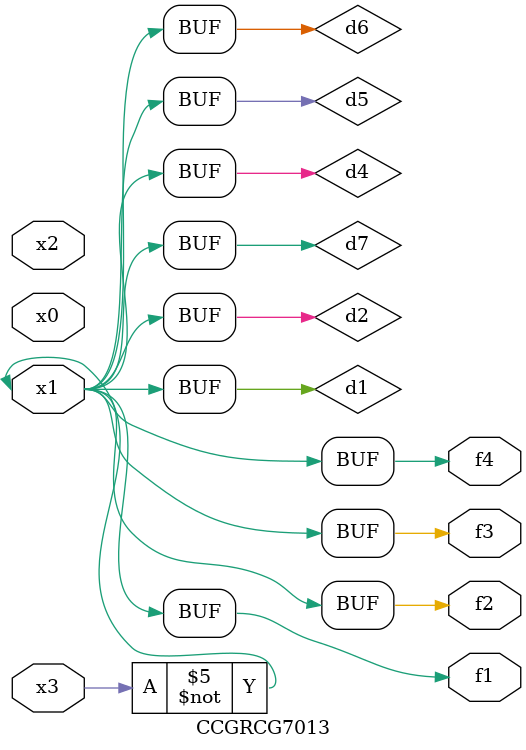
<source format=v>
module CCGRCG7013(
	input x0, x1, x2, x3,
	output f1, f2, f3, f4
);

	wire d1, d2, d3, d4, d5, d6, d7;

	not (d1, x3);
	buf (d2, x1);
	xnor (d3, d1, d2);
	nor (d4, d1);
	buf (d5, d1, d2);
	buf (d6, d4, d5);
	nand (d7, d4);
	assign f1 = d6;
	assign f2 = d7;
	assign f3 = d6;
	assign f4 = d6;
endmodule

</source>
